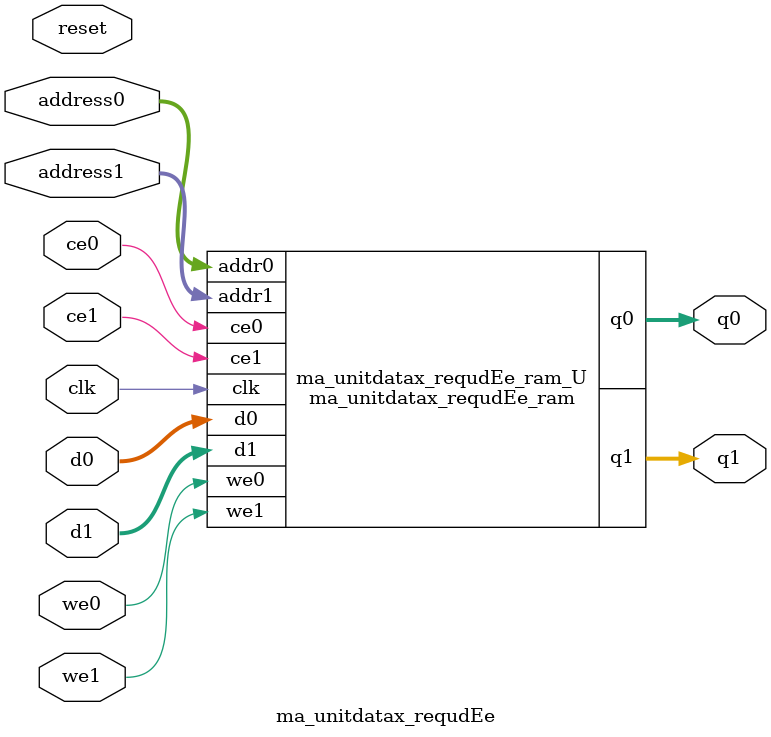
<source format=v>
`timescale 1 ns / 1 ps
module ma_unitdatax_requdEe_ram (addr0, ce0, d0, we0, q0, addr1, ce1, d1, we1, q1,  clk);

parameter DWIDTH = 8;
parameter AWIDTH = 7;
parameter MEM_SIZE = 100;

input[AWIDTH-1:0] addr0;
input ce0;
input[DWIDTH-1:0] d0;
input we0;
output reg[DWIDTH-1:0] q0;
input[AWIDTH-1:0] addr1;
input ce1;
input[DWIDTH-1:0] d1;
input we1;
output reg[DWIDTH-1:0] q1;
input clk;

(* ram_style = "block" *)reg [DWIDTH-1:0] ram[0:MEM_SIZE-1];




always @(posedge clk)  
begin 
    if (ce0) begin
        if (we0) 
            ram[addr0] <= d0; 
        q0 <= ram[addr0];
    end
end


always @(posedge clk)  
begin 
    if (ce1) begin
        if (we1) 
            ram[addr1] <= d1; 
        q1 <= ram[addr1];
    end
end


endmodule

`timescale 1 ns / 1 ps
module ma_unitdatax_requdEe(
    reset,
    clk,
    address0,
    ce0,
    we0,
    d0,
    q0,
    address1,
    ce1,
    we1,
    d1,
    q1);

parameter DataWidth = 32'd8;
parameter AddressRange = 32'd100;
parameter AddressWidth = 32'd7;
input reset;
input clk;
input[AddressWidth - 1:0] address0;
input ce0;
input we0;
input[DataWidth - 1:0] d0;
output[DataWidth - 1:0] q0;
input[AddressWidth - 1:0] address1;
input ce1;
input we1;
input[DataWidth - 1:0] d1;
output[DataWidth - 1:0] q1;



ma_unitdatax_requdEe_ram ma_unitdatax_requdEe_ram_U(
    .clk( clk ),
    .addr0( address0 ),
    .ce0( ce0 ),
    .we0( we0 ),
    .d0( d0 ),
    .q0( q0 ),
    .addr1( address1 ),
    .ce1( ce1 ),
    .we1( we1 ),
    .d1( d1 ),
    .q1( q1 ));

endmodule


</source>
